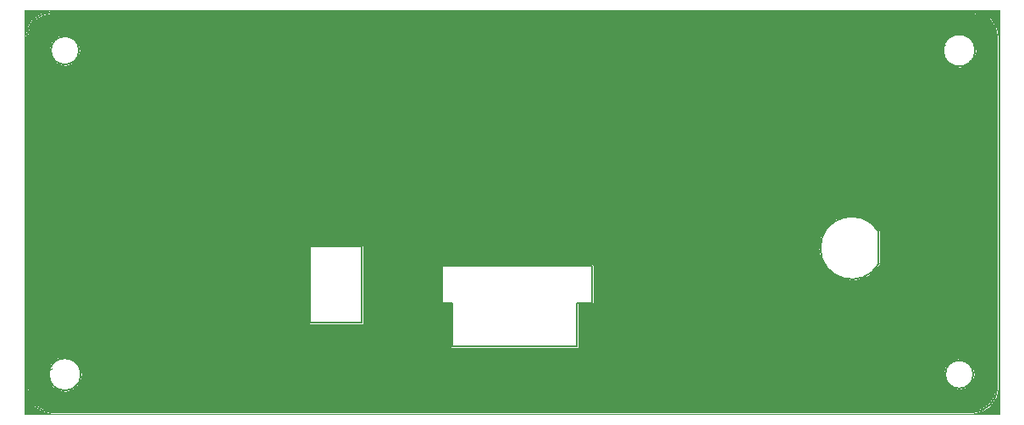
<source format=gtl>
G04 #@! TF.FileFunction,Copper,L1,Top,Signal*
%FSLAX46Y46*%
G04 Gerber Fmt 4.6, Leading zero omitted, Abs format (unit mm)*
G04 Created by KiCad (PCBNEW no-bzr-kicad_new3d-viewer) date 06/27/16 23:25:45*
%MOMM*%
%LPD*%
G01*
G04 APERTURE LIST*
%ADD10C,0.100000*%
%ADD11C,0.150000*%
G04 APERTURE END LIST*
D10*
D11*
X114911900Y-82160340D02*
X114911900Y-89760340D01*
X109711900Y-82160340D02*
X114911900Y-82160340D01*
X109711900Y-89760340D02*
X109711900Y-82160340D01*
X114911900Y-89760340D02*
X109711900Y-89760340D01*
X136411900Y-87760340D02*
X136411900Y-92160340D01*
X137911900Y-87760340D02*
X136411900Y-87760340D01*
X137911900Y-84060340D02*
X137911900Y-87760340D01*
X122911900Y-84060340D02*
X137911900Y-84060340D01*
X122911900Y-87760340D02*
X122911900Y-84060340D01*
X123911900Y-87760340D02*
X122911900Y-87760340D01*
X123911900Y-92160340D02*
X123911900Y-87760340D01*
X136411900Y-92160340D02*
X123911900Y-92160340D01*
X86808348Y-94929764D02*
G75*
G03X86808348Y-94929764I-1600000J0D01*
G01*
X83908348Y-98729764D02*
G75*
G02X81408348Y-96229764I0J2500000D01*
G01*
X176008348Y-94929764D02*
G75*
G03X176008348Y-94929764I-1400000J0D01*
G01*
X178408348Y-96229764D02*
G75*
G02X175908348Y-98729764I-2500000J0D01*
G01*
X176208348Y-62529764D02*
G75*
G03X176208348Y-62529764I-1600000J0D01*
G01*
X175908348Y-58729764D02*
G75*
G02X178408348Y-61229764I0J-2500000D01*
G01*
X81408348Y-61229764D02*
G75*
G02X83908348Y-58729764I2500000J0D01*
G01*
X86608348Y-62529764D02*
G75*
G03X86608348Y-62529764I-1400000J0D01*
G01*
X81408348Y-61229764D02*
X81408348Y-96229764D01*
X178408348Y-96229764D02*
X178408348Y-61229764D01*
X175908348Y-98729764D02*
X83908348Y-98729764D01*
X175908348Y-58729764D02*
X83908348Y-58729764D01*
X166567437Y-83864326D02*
G75*
G02X166558348Y-80679764I-2709089J1584562D01*
G01*
X166558348Y-80679764D02*
X166558348Y-83879764D01*
D10*
G36*
X81208348Y-98929764D02*
X178608348Y-98929764D01*
X178608348Y-61229764D01*
X178533348Y-61229764D01*
X178533348Y-96229764D01*
X178530946Y-96241840D01*
X178530946Y-96254150D01*
X178340645Y-97210859D01*
X178340645Y-97210860D01*
X178321981Y-97255919D01*
X177780049Y-98066977D01*
X177745561Y-98101465D01*
X176934504Y-98643396D01*
X176934503Y-98643397D01*
X176908108Y-98654330D01*
X176889444Y-98662061D01*
X176889443Y-98662061D01*
X175932734Y-98852362D01*
X175920424Y-98852362D01*
X175908348Y-98854764D01*
X83908348Y-98854764D01*
X83896272Y-98852362D01*
X83883962Y-98852362D01*
X82927253Y-98662061D01*
X82927252Y-98662061D01*
X82882193Y-98643397D01*
X82071135Y-98101465D01*
X82036647Y-98066977D01*
X81494716Y-97255920D01*
X81494715Y-97255919D01*
X81476051Y-97210859D01*
X81285750Y-96254150D01*
X81285750Y-96241840D01*
X81283348Y-96229764D01*
X81283348Y-61229764D01*
X81285750Y-61217688D01*
X81285750Y-61205378D01*
X81476051Y-60248669D01*
X81494715Y-60203609D01*
X81494716Y-60203608D01*
X82036647Y-59392551D01*
X82071135Y-59358063D01*
X82882193Y-58816131D01*
X82927252Y-58797467D01*
X82927253Y-58797467D01*
X83883962Y-58607166D01*
X83896272Y-58607166D01*
X83908348Y-58604764D01*
X175908348Y-58604764D01*
X175920424Y-58607166D01*
X175932734Y-58607166D01*
X176889443Y-58797467D01*
X176908108Y-58805198D01*
X176934503Y-58816131D01*
X176934504Y-58816132D01*
X177745561Y-59358063D01*
X177780049Y-59392551D01*
X178321980Y-60203608D01*
X178321981Y-60203609D01*
X178340645Y-60248669D01*
X178530946Y-61205378D01*
X178530946Y-61217688D01*
X178533348Y-61229764D01*
X178608348Y-61229764D01*
X178608348Y-58529764D01*
X81208348Y-58529764D01*
X81208348Y-98929764D01*
X81208348Y-98929764D01*
G37*
X81208348Y-98929764D02*
X178608348Y-98929764D01*
X178608348Y-61229764D01*
X178533348Y-61229764D01*
X178533348Y-96229764D01*
X178530946Y-96241840D01*
X178530946Y-96254150D01*
X178340645Y-97210859D01*
X178340645Y-97210860D01*
X178321981Y-97255919D01*
X177780049Y-98066977D01*
X177745561Y-98101465D01*
X176934504Y-98643396D01*
X176934503Y-98643397D01*
X176908108Y-98654330D01*
X176889444Y-98662061D01*
X176889443Y-98662061D01*
X175932734Y-98852362D01*
X175920424Y-98852362D01*
X175908348Y-98854764D01*
X83908348Y-98854764D01*
X83896272Y-98852362D01*
X83883962Y-98852362D01*
X82927253Y-98662061D01*
X82927252Y-98662061D01*
X82882193Y-98643397D01*
X82071135Y-98101465D01*
X82036647Y-98066977D01*
X81494716Y-97255920D01*
X81494715Y-97255919D01*
X81476051Y-97210859D01*
X81285750Y-96254150D01*
X81285750Y-96241840D01*
X81283348Y-96229764D01*
X81283348Y-61229764D01*
X81285750Y-61217688D01*
X81285750Y-61205378D01*
X81476051Y-60248669D01*
X81494715Y-60203609D01*
X81494716Y-60203608D01*
X82036647Y-59392551D01*
X82071135Y-59358063D01*
X82882193Y-58816131D01*
X82927252Y-58797467D01*
X82927253Y-58797467D01*
X83883962Y-58607166D01*
X83896272Y-58607166D01*
X83908348Y-58604764D01*
X175908348Y-58604764D01*
X175920424Y-58607166D01*
X175932734Y-58607166D01*
X176889443Y-58797467D01*
X176908108Y-58805198D01*
X176934503Y-58816131D01*
X176934504Y-58816132D01*
X177745561Y-59358063D01*
X177780049Y-59392551D01*
X178321980Y-60203608D01*
X178321981Y-60203609D01*
X178340645Y-60248669D01*
X178530946Y-61205378D01*
X178530946Y-61217688D01*
X178533348Y-61229764D01*
X178608348Y-61229764D01*
X178608348Y-58529764D01*
X81208348Y-58529764D01*
X81208348Y-98929764D01*
G36*
X83000412Y-59037812D02*
X82230701Y-59552116D01*
X81716396Y-60321828D01*
X81533348Y-61242074D01*
X81533348Y-96217454D01*
X81716396Y-97137700D01*
X82230701Y-97907412D01*
X83000412Y-98421716D01*
X83920658Y-98604764D01*
X175896038Y-98604764D01*
X176816284Y-98421716D01*
X177585996Y-97907411D01*
X178100300Y-97137700D01*
X178283348Y-96217454D01*
X178283348Y-94929764D01*
X176133348Y-94929764D01*
X176017264Y-95513356D01*
X175686686Y-96008102D01*
X175191940Y-96338680D01*
X174608348Y-96454764D01*
X174024756Y-96338680D01*
X173829086Y-96207938D01*
X173531848Y-96022164D01*
X173514453Y-96003707D01*
X173458360Y-95900871D01*
X173199432Y-95513356D01*
X173083348Y-94929764D01*
X86933348Y-94929764D01*
X86802040Y-95589893D01*
X86428107Y-96149523D01*
X85868477Y-96523456D01*
X85208348Y-96654764D01*
X84548219Y-96523456D01*
X83988589Y-96149523D01*
X83614656Y-95589893D01*
X83483348Y-94929764D01*
X83614656Y-94269635D01*
X83988589Y-93710005D01*
X84548219Y-93336072D01*
X85208348Y-93204764D01*
X85868477Y-93336072D01*
X86428107Y-93710005D01*
X86802040Y-94269635D01*
X86933348Y-94929764D01*
X173083348Y-94929764D01*
X173199432Y-94346172D01*
X173452190Y-93967893D01*
X173514640Y-93855482D01*
X173534405Y-93835869D01*
X173637241Y-93779776D01*
X174024756Y-93520848D01*
X174608348Y-93404764D01*
X175191940Y-93520848D01*
X175686686Y-93851426D01*
X175912470Y-94189337D01*
X175997816Y-94299067D01*
X176007541Y-94320820D01*
X176010239Y-94335658D01*
X176017264Y-94346172D01*
X176133348Y-94929764D01*
X178283348Y-94929764D01*
X178283348Y-83888363D01*
X166690104Y-83888363D01*
X166671569Y-83933475D01*
X166473933Y-84231094D01*
X166462773Y-84242318D01*
X166453281Y-84254983D01*
X165541828Y-85072802D01*
X165499870Y-85097666D01*
X165499868Y-85097666D01*
X164344831Y-85504435D01*
X164296552Y-85511349D01*
X163647878Y-85476226D01*
X163613088Y-85479539D01*
X163598047Y-85478691D01*
X163565028Y-85471740D01*
X163073773Y-85445140D01*
X163073772Y-85445140D01*
X163026522Y-85433053D01*
X162748454Y-85299829D01*
X162648047Y-85278691D01*
X162631185Y-85271743D01*
X162463892Y-85163494D01*
X161922157Y-84903947D01*
X161883129Y-84874697D01*
X161152432Y-84060340D01*
X138036900Y-84060340D01*
X138036900Y-87760340D01*
X138027385Y-87808175D01*
X138000288Y-87848728D01*
X137959735Y-87875825D01*
X137911900Y-87885340D01*
X136536900Y-87885340D01*
X136536900Y-92160340D01*
X136527385Y-92208175D01*
X136500288Y-92248728D01*
X136459735Y-92275825D01*
X136411900Y-92285340D01*
X123911900Y-92285340D01*
X123864065Y-92275825D01*
X123823512Y-92248728D01*
X123796415Y-92208175D01*
X123786900Y-92160340D01*
X123786900Y-87885340D01*
X122911900Y-87885340D01*
X122864065Y-87875825D01*
X122823512Y-87848728D01*
X122796415Y-87808175D01*
X122786900Y-87760340D01*
X122786900Y-84060340D01*
X122796415Y-84012505D01*
X122823512Y-83971952D01*
X122864065Y-83944855D01*
X122911900Y-83935340D01*
X137911900Y-83935340D01*
X137959735Y-83944855D01*
X138000288Y-83971952D01*
X138027385Y-84012505D01*
X138036900Y-84060340D01*
X161152432Y-84060340D01*
X161065310Y-83963244D01*
X161040446Y-83921286D01*
X161040446Y-83921284D01*
X160843289Y-83361448D01*
X160813627Y-83302125D01*
X160809028Y-83287984D01*
X160801491Y-83242762D01*
X160633677Y-82766247D01*
X160626763Y-82717968D01*
X160626763Y-82717967D01*
X160656956Y-82160340D01*
X115036900Y-82160340D01*
X115036900Y-89760340D01*
X115027385Y-89808175D01*
X115000288Y-89848728D01*
X114959735Y-89875825D01*
X114911900Y-89885340D01*
X109711900Y-89885340D01*
X109664065Y-89875825D01*
X109623512Y-89848728D01*
X109596415Y-89808175D01*
X109586900Y-89760340D01*
X109586900Y-82160340D01*
X109596415Y-82112505D01*
X109623512Y-82071952D01*
X109664065Y-82044855D01*
X109711900Y-82035340D01*
X114911900Y-82035340D01*
X114959735Y-82044855D01*
X115000288Y-82071952D01*
X115027385Y-82112505D01*
X115036900Y-82160340D01*
X160656956Y-82160340D01*
X160692972Y-81495189D01*
X160705059Y-81447938D01*
X161234165Y-80343574D01*
X161263415Y-80304545D01*
X162174868Y-79486726D01*
X162216826Y-79461862D01*
X163371865Y-79055094D01*
X163420144Y-79048179D01*
X164642923Y-79114388D01*
X164690174Y-79126475D01*
X165295434Y-79416458D01*
X165475633Y-79482847D01*
X165492371Y-79493124D01*
X165531723Y-79529665D01*
X165794538Y-79655581D01*
X165833567Y-79684831D01*
X166651386Y-80596284D01*
X166662130Y-80614414D01*
X166673833Y-80631929D01*
X166674502Y-80635292D01*
X166676250Y-80638242D01*
X166679237Y-80659096D01*
X166683348Y-80679764D01*
X166683348Y-83823743D01*
X166689965Y-83839590D01*
X166690104Y-83888363D01*
X178283348Y-83888363D01*
X178283348Y-62529764D01*
X176333348Y-62529764D01*
X176202040Y-63189893D01*
X175828107Y-63749523D01*
X175268477Y-64123456D01*
X174608348Y-64254764D01*
X173948219Y-64123456D01*
X173388589Y-63749523D01*
X173014656Y-63189893D01*
X172883348Y-62529764D01*
X86733348Y-62529764D01*
X86617264Y-63113356D01*
X86286686Y-63608102D01*
X85791940Y-63938680D01*
X85208348Y-64054764D01*
X84624756Y-63938680D01*
X84429086Y-63807938D01*
X84131848Y-63622164D01*
X84114453Y-63603707D01*
X84058360Y-63500871D01*
X83799432Y-63113356D01*
X83683348Y-62529764D01*
X83799432Y-61946172D01*
X84052190Y-61567893D01*
X84114640Y-61455482D01*
X84134405Y-61435869D01*
X84237241Y-61379776D01*
X84624756Y-61120848D01*
X85208348Y-61004764D01*
X85791940Y-61120848D01*
X86286686Y-61451426D01*
X86512470Y-61789337D01*
X86597816Y-61899067D01*
X86607541Y-61920820D01*
X86610239Y-61935658D01*
X86617264Y-61946172D01*
X86733348Y-62529764D01*
X172883348Y-62529764D01*
X173014656Y-61869635D01*
X173388589Y-61310005D01*
X173948219Y-60936072D01*
X174608348Y-60804764D01*
X175268477Y-60936072D01*
X175828107Y-61310005D01*
X176202040Y-61869635D01*
X176333348Y-62529764D01*
X178283348Y-62529764D01*
X178283348Y-61242074D01*
X178100300Y-60321828D01*
X177585996Y-59552117D01*
X176816284Y-59037812D01*
X175896038Y-58854764D01*
X83920658Y-58854764D01*
X83000412Y-59037812D01*
X83000412Y-59037812D01*
G37*
X83000412Y-59037812D02*
X82230701Y-59552116D01*
X81716396Y-60321828D01*
X81533348Y-61242074D01*
X81533348Y-96217454D01*
X81716396Y-97137700D01*
X82230701Y-97907412D01*
X83000412Y-98421716D01*
X83920658Y-98604764D01*
X175896038Y-98604764D01*
X176816284Y-98421716D01*
X177585996Y-97907411D01*
X178100300Y-97137700D01*
X178283348Y-96217454D01*
X178283348Y-94929764D01*
X176133348Y-94929764D01*
X176017264Y-95513356D01*
X175686686Y-96008102D01*
X175191940Y-96338680D01*
X174608348Y-96454764D01*
X174024756Y-96338680D01*
X173829086Y-96207938D01*
X173531848Y-96022164D01*
X173514453Y-96003707D01*
X173458360Y-95900871D01*
X173199432Y-95513356D01*
X173083348Y-94929764D01*
X86933348Y-94929764D01*
X86802040Y-95589893D01*
X86428107Y-96149523D01*
X85868477Y-96523456D01*
X85208348Y-96654764D01*
X84548219Y-96523456D01*
X83988589Y-96149523D01*
X83614656Y-95589893D01*
X83483348Y-94929764D01*
X83614656Y-94269635D01*
X83988589Y-93710005D01*
X84548219Y-93336072D01*
X85208348Y-93204764D01*
X85868477Y-93336072D01*
X86428107Y-93710005D01*
X86802040Y-94269635D01*
X86933348Y-94929764D01*
X173083348Y-94929764D01*
X173199432Y-94346172D01*
X173452190Y-93967893D01*
X173514640Y-93855482D01*
X173534405Y-93835869D01*
X173637241Y-93779776D01*
X174024756Y-93520848D01*
X174608348Y-93404764D01*
X175191940Y-93520848D01*
X175686686Y-93851426D01*
X175912470Y-94189337D01*
X175997816Y-94299067D01*
X176007541Y-94320820D01*
X176010239Y-94335658D01*
X176017264Y-94346172D01*
X176133348Y-94929764D01*
X178283348Y-94929764D01*
X178283348Y-83888363D01*
X166690104Y-83888363D01*
X166671569Y-83933475D01*
X166473933Y-84231094D01*
X166462773Y-84242318D01*
X166453281Y-84254983D01*
X165541828Y-85072802D01*
X165499870Y-85097666D01*
X165499868Y-85097666D01*
X164344831Y-85504435D01*
X164296552Y-85511349D01*
X163647878Y-85476226D01*
X163613088Y-85479539D01*
X163598047Y-85478691D01*
X163565028Y-85471740D01*
X163073773Y-85445140D01*
X163073772Y-85445140D01*
X163026522Y-85433053D01*
X162748454Y-85299829D01*
X162648047Y-85278691D01*
X162631185Y-85271743D01*
X162463892Y-85163494D01*
X161922157Y-84903947D01*
X161883129Y-84874697D01*
X161152432Y-84060340D01*
X138036900Y-84060340D01*
X138036900Y-87760340D01*
X138027385Y-87808175D01*
X138000288Y-87848728D01*
X137959735Y-87875825D01*
X137911900Y-87885340D01*
X136536900Y-87885340D01*
X136536900Y-92160340D01*
X136527385Y-92208175D01*
X136500288Y-92248728D01*
X136459735Y-92275825D01*
X136411900Y-92285340D01*
X123911900Y-92285340D01*
X123864065Y-92275825D01*
X123823512Y-92248728D01*
X123796415Y-92208175D01*
X123786900Y-92160340D01*
X123786900Y-87885340D01*
X122911900Y-87885340D01*
X122864065Y-87875825D01*
X122823512Y-87848728D01*
X122796415Y-87808175D01*
X122786900Y-87760340D01*
X122786900Y-84060340D01*
X122796415Y-84012505D01*
X122823512Y-83971952D01*
X122864065Y-83944855D01*
X122911900Y-83935340D01*
X137911900Y-83935340D01*
X137959735Y-83944855D01*
X138000288Y-83971952D01*
X138027385Y-84012505D01*
X138036900Y-84060340D01*
X161152432Y-84060340D01*
X161065310Y-83963244D01*
X161040446Y-83921286D01*
X161040446Y-83921284D01*
X160843289Y-83361448D01*
X160813627Y-83302125D01*
X160809028Y-83287984D01*
X160801491Y-83242762D01*
X160633677Y-82766247D01*
X160626763Y-82717968D01*
X160626763Y-82717967D01*
X160656956Y-82160340D01*
X115036900Y-82160340D01*
X115036900Y-89760340D01*
X115027385Y-89808175D01*
X115000288Y-89848728D01*
X114959735Y-89875825D01*
X114911900Y-89885340D01*
X109711900Y-89885340D01*
X109664065Y-89875825D01*
X109623512Y-89848728D01*
X109596415Y-89808175D01*
X109586900Y-89760340D01*
X109586900Y-82160340D01*
X109596415Y-82112505D01*
X109623512Y-82071952D01*
X109664065Y-82044855D01*
X109711900Y-82035340D01*
X114911900Y-82035340D01*
X114959735Y-82044855D01*
X115000288Y-82071952D01*
X115027385Y-82112505D01*
X115036900Y-82160340D01*
X160656956Y-82160340D01*
X160692972Y-81495189D01*
X160705059Y-81447938D01*
X161234165Y-80343574D01*
X161263415Y-80304545D01*
X162174868Y-79486726D01*
X162216826Y-79461862D01*
X163371865Y-79055094D01*
X163420144Y-79048179D01*
X164642923Y-79114388D01*
X164690174Y-79126475D01*
X165295434Y-79416458D01*
X165475633Y-79482847D01*
X165492371Y-79493124D01*
X165531723Y-79529665D01*
X165794538Y-79655581D01*
X165833567Y-79684831D01*
X166651386Y-80596284D01*
X166662130Y-80614414D01*
X166673833Y-80631929D01*
X166674502Y-80635292D01*
X166676250Y-80638242D01*
X166679237Y-80659096D01*
X166683348Y-80679764D01*
X166683348Y-83823743D01*
X166689965Y-83839590D01*
X166690104Y-83888363D01*
X178283348Y-83888363D01*
X178283348Y-62529764D01*
X176333348Y-62529764D01*
X176202040Y-63189893D01*
X175828107Y-63749523D01*
X175268477Y-64123456D01*
X174608348Y-64254764D01*
X173948219Y-64123456D01*
X173388589Y-63749523D01*
X173014656Y-63189893D01*
X172883348Y-62529764D01*
X86733348Y-62529764D01*
X86617264Y-63113356D01*
X86286686Y-63608102D01*
X85791940Y-63938680D01*
X85208348Y-64054764D01*
X84624756Y-63938680D01*
X84429086Y-63807938D01*
X84131848Y-63622164D01*
X84114453Y-63603707D01*
X84058360Y-63500871D01*
X83799432Y-63113356D01*
X83683348Y-62529764D01*
X83799432Y-61946172D01*
X84052190Y-61567893D01*
X84114640Y-61455482D01*
X84134405Y-61435869D01*
X84237241Y-61379776D01*
X84624756Y-61120848D01*
X85208348Y-61004764D01*
X85791940Y-61120848D01*
X86286686Y-61451426D01*
X86512470Y-61789337D01*
X86597816Y-61899067D01*
X86607541Y-61920820D01*
X86610239Y-61935658D01*
X86617264Y-61946172D01*
X86733348Y-62529764D01*
X172883348Y-62529764D01*
X173014656Y-61869635D01*
X173388589Y-61310005D01*
X173948219Y-60936072D01*
X174608348Y-60804764D01*
X175268477Y-60936072D01*
X175828107Y-61310005D01*
X176202040Y-61869635D01*
X176333348Y-62529764D01*
X178283348Y-62529764D01*
X178283348Y-61242074D01*
X178100300Y-60321828D01*
X177585996Y-59552117D01*
X176816284Y-59037812D01*
X175896038Y-58854764D01*
X83920658Y-58854764D01*
X83000412Y-59037812D01*
G36*
X86152673Y-96038668D02*
X86251331Y-95972747D01*
X86284157Y-95923620D01*
X86152673Y-96038668D01*
X86152673Y-96038668D01*
G37*
X86152673Y-96038668D02*
X86251331Y-95972747D01*
X86284157Y-95923620D01*
X86152673Y-96038668D01*
G36*
X83845626Y-94365306D02*
X83842385Y-94381600D01*
X83847658Y-94362265D01*
X83845626Y-94365306D01*
X83845626Y-94365306D01*
G37*
X83845626Y-94365306D02*
X83842385Y-94381600D01*
X83847658Y-94362265D01*
X83845626Y-94365306D01*
G36*
X175552673Y-63638668D02*
X175651331Y-63572747D01*
X175684157Y-63523620D01*
X175552673Y-63638668D01*
X175552673Y-63638668D01*
G37*
X175552673Y-63638668D02*
X175651331Y-63572747D01*
X175684157Y-63523620D01*
X175552673Y-63638668D01*
G36*
X173245626Y-61965306D02*
X173242385Y-61981600D01*
X173247658Y-61962265D01*
X173245626Y-61965306D01*
X173245626Y-61965306D01*
G37*
X173245626Y-61965306D02*
X173242385Y-61981600D01*
X173247658Y-61962265D01*
X173245626Y-61965306D01*
M02*

</source>
